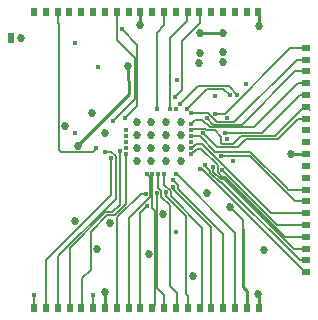
<source format=gbr>
%TF.GenerationSoftware,KiCad,Pcbnew,(5.99.0-9634-gb691c18bfc)*%
%TF.CreationDate,2021-03-08T14:44:59+01:00*%
%TF.ProjectId,nRF52840Breakout,6e524635-3238-4343-9042-7265616b6f75,rev?*%
%TF.SameCoordinates,Original*%
%TF.FileFunction,Copper,L4,Bot*%
%TF.FilePolarity,Positive*%
%FSLAX46Y46*%
G04 Gerber Fmt 4.6, Leading zero omitted, Abs format (unit mm)*
G04 Created by KiCad (PCBNEW (5.99.0-9634-gb691c18bfc)) date 2021-03-08 14:44:59*
%MOMM*%
%LPD*%
G01*
G04 APERTURE LIST*
%TA.AperFunction,ComponentPad*%
%ADD10R,0.600000X0.800000*%
%TD*%
%TA.AperFunction,ComponentPad*%
%ADD11R,0.800000X0.600000*%
%TD*%
%TA.AperFunction,ComponentPad*%
%ADD12R,0.500000X0.900000*%
%TD*%
%TA.AperFunction,ViaPad*%
%ADD13C,0.685800*%
%TD*%
%TA.AperFunction,ViaPad*%
%ADD14C,0.400000*%
%TD*%
%TA.AperFunction,Conductor*%
%ADD15C,0.254000*%
%TD*%
%TA.AperFunction,Conductor*%
%ADD16C,0.127000*%
%TD*%
%TA.AperFunction,Conductor*%
%ADD17C,0.152400*%
%TD*%
G04 APERTURE END LIST*
D10*
%TO.P,J2,1,Pin_1*%
%TO.N,Net-(J2-Pad1)*%
X24940000Y-16150000D03*
%TO.P,J2,2,Pin_2*%
%TO.N,Net-(J2-Pad2)*%
X25940000Y-16150000D03*
%TO.P,J2,3,Pin_3*%
%TO.N,Net-(J2-Pad3)*%
X26940000Y-16150000D03*
%TO.P,J2,4,Pin_4*%
%TO.N,Net-(J2-Pad4)*%
X27940000Y-16150000D03*
%TO.P,J2,5,Pin_5*%
%TO.N,Net-(J2-Pad5)*%
X28940000Y-16150000D03*
%TO.P,J2,6,Pin_6*%
%TO.N,Net-(J2-Pad6)*%
X29940000Y-16150000D03*
%TO.P,J2,7,Pin_7*%
%TO.N,Net-(J2-Pad7)*%
X30940000Y-16150000D03*
%TO.P,J2,8,Pin_8*%
%TO.N,Net-(J2-Pad8)*%
X31940000Y-16150000D03*
%TO.P,J2,9,Pin_9*%
%TO.N,Net-(J2-Pad9)*%
X32940000Y-16150000D03*
%TO.P,J2,10,Pin_10*%
%TO.N,GND*%
X33940000Y-16150000D03*
%TO.P,J2,11,Pin_11*%
%TO.N,Net-(J2-Pad11)*%
X34940000Y-16150000D03*
%TO.P,J2,12,Pin_12*%
%TO.N,Net-(J2-Pad12)*%
X35940000Y-16150000D03*
%TO.P,J2,13,Pin_13*%
%TO.N,Net-(J2-Pad13)*%
X36940000Y-16150000D03*
%TO.P,J2,14,Pin_14*%
%TO.N,Net-(J2-Pad14)*%
X37940000Y-16150000D03*
%TO.P,J2,15,Pin_15*%
%TO.N,Net-(J2-Pad15)*%
X38940000Y-16150000D03*
%TO.P,J2,16,Pin_16*%
%TO.N,Net-(J2-Pad16)*%
X39940000Y-16150000D03*
%TO.P,J2,17,Pin_17*%
%TO.N,SWDCLK*%
X40940000Y-16150000D03*
%TO.P,J2,18,Pin_18*%
%TO.N,SWDIO*%
X41940000Y-16150000D03*
%TO.P,J2,19,Pin_19*%
%TO.N,RST*%
X42940000Y-16150000D03*
%TO.P,J2,20,Pin_20*%
%TO.N,GND*%
X43940000Y-16150000D03*
%TD*%
D11*
%TO.P,J3,1,Pin_1*%
%TO.N,Net-(J3-Pad1)*%
X47940000Y-19160000D03*
%TO.P,J3,2,Pin_2*%
%TO.N,Net-(J3-Pad2)*%
X47940000Y-20160000D03*
%TO.P,J3,3,Pin_3*%
%TO.N,Net-(J3-Pad3)*%
X47940000Y-21160000D03*
%TO.P,J3,4,Pin_4*%
%TO.N,Net-(J3-Pad4)*%
X47940000Y-22160000D03*
%TO.P,J3,5,Pin_5*%
%TO.N,Net-(J3-Pad5)*%
X47940000Y-23160000D03*
%TO.P,J3,6,Pin_6*%
%TO.N,Net-(J3-Pad6)*%
X47940000Y-24160000D03*
%TO.P,J3,7,Pin_7*%
%TO.N,Net-(J3-Pad7)*%
X47940000Y-25160000D03*
%TO.P,J3,8,Pin_8*%
%TO.N,Net-(J3-Pad8)*%
X47940000Y-26160000D03*
%TO.P,J3,9,Pin_9*%
%TO.N,Net-(J3-Pad9)*%
X47940000Y-27160000D03*
%TO.P,J3,10,Pin_10*%
%TO.N,GND*%
X47940000Y-28160000D03*
%TO.P,J3,11,Pin_11*%
%TO.N,VDD*%
X47940000Y-29160000D03*
%TO.P,J3,12,Pin_12*%
%TO.N,VDDH*%
X47940000Y-30160000D03*
%TO.P,J3,13,Pin_13*%
%TO.N,Net-(J3-Pad13)*%
X47940000Y-31160000D03*
%TO.P,J3,14,Pin_14*%
%TO.N,Net-(J3-Pad14)*%
X47940000Y-32160000D03*
%TO.P,J3,15,Pin_15*%
%TO.N,Net-(J3-Pad15)*%
X47940000Y-33160000D03*
%TO.P,J3,16,Pin_16*%
%TO.N,Net-(J3-Pad16)*%
X47940000Y-34160000D03*
%TO.P,J3,17,Pin_17*%
%TO.N,Net-(J3-Pad17)*%
X47940000Y-35160000D03*
%TO.P,J3,18,Pin_18*%
%TO.N,Net-(J3-Pad18)*%
X47940000Y-36160000D03*
%TO.P,J3,19,Pin_19*%
%TO.N,USB_D+*%
X47940000Y-37160000D03*
%TO.P,J3,20,Pin_20*%
%TO.N,USB_D-*%
X47940000Y-38160000D03*
%TD*%
D12*
%TO.P,AE1,2*%
%TO.N,N/C*%
X22950000Y-18360000D03*
%TD*%
D10*
%TO.P,J1,1,Pin_1*%
%TO.N,GND*%
X24950000Y-41160000D03*
%TO.P,J1,2,Pin_2*%
%TO.N,Net-(J1-Pad2)*%
X25950000Y-41160000D03*
%TO.P,J1,3,Pin_3*%
%TO.N,Net-(J1-Pad3)*%
X26950000Y-41160000D03*
%TO.P,J1,4,Pin_4*%
%TO.N,Net-(J1-Pad4)*%
X27950000Y-41160000D03*
%TO.P,J1,5,Pin_5*%
%TO.N,Net-(J1-Pad5)*%
X28950000Y-41160000D03*
%TO.P,J1,6,Pin_6*%
%TO.N,GND*%
X29950000Y-41160000D03*
%TO.P,J1,7,Pin_7*%
%TO.N,VDD*%
X30950000Y-41160000D03*
%TO.P,J1,8,Pin_8*%
%TO.N,Net-(J1-Pad8)*%
X31950000Y-41160000D03*
%TO.P,J1,9,Pin_9*%
%TO.N,Net-(J1-Pad9)*%
X32950000Y-41160000D03*
%TO.P,J1,10,Pin_10*%
%TO.N,Net-(J1-Pad10)*%
X33950000Y-41160000D03*
%TO.P,J1,11,Pin_11*%
%TO.N,Net-(J1-Pad11)*%
X34950000Y-41160000D03*
%TO.P,J1,12,Pin_12*%
%TO.N,Net-(J1-Pad12)*%
X35950000Y-41160000D03*
%TO.P,J1,13,Pin_13*%
%TO.N,Net-(J1-Pad13)*%
X36950000Y-41160000D03*
%TO.P,J1,14,Pin_14*%
%TO.N,Net-(J1-Pad14)*%
X37950000Y-41160000D03*
%TO.P,J1,15,Pin_15*%
%TO.N,Net-(J1-Pad15)*%
X38950000Y-41160000D03*
%TO.P,J1,16,Pin_16*%
%TO.N,Net-(J1-Pad16)*%
X39950000Y-41160000D03*
%TO.P,J1,17,Pin_17*%
%TO.N,Net-(J1-Pad17)*%
X40950000Y-41160000D03*
%TO.P,J1,18,Pin_18*%
%TO.N,Net-(J1-Pad18)*%
X41950000Y-41160000D03*
%TO.P,J1,19,Pin_19*%
%TO.N,VBUS*%
X42950000Y-41160000D03*
%TO.P,J1,20,Pin_20*%
%TO.N,GND*%
X43950000Y-41160000D03*
%TD*%
D13*
%TO.N,GND*%
X37350000Y-26560000D03*
X30250000Y-36160000D03*
X34850000Y-28760000D03*
D14*
X37070000Y-21850000D03*
D13*
X36150000Y-27660000D03*
X33650000Y-25460000D03*
X35889831Y-33260000D03*
X43960000Y-17340000D03*
X34850000Y-27660000D03*
X36150000Y-28760000D03*
X46720000Y-28180000D03*
X34850000Y-25460000D03*
D14*
X29940000Y-40060000D03*
D13*
X33650000Y-28760000D03*
X23800000Y-18360000D03*
X31377500Y-33960000D03*
D14*
X24940000Y-40090000D03*
X41750000Y-28740000D03*
D13*
X44430000Y-36280000D03*
X39550000Y-31470000D03*
X33950000Y-17220000D03*
X34850000Y-26560000D03*
X27550000Y-25760000D03*
X36150000Y-26560000D03*
X37350000Y-28760000D03*
X30950000Y-26360000D03*
X33650000Y-27660000D03*
X38436400Y-38520000D03*
D14*
X30350000Y-20810000D03*
D13*
X33650000Y-26560000D03*
X36150000Y-25460000D03*
X37350000Y-25460000D03*
X34650000Y-36660000D03*
X37350000Y-27660000D03*
X43940000Y-40000000D03*
D14*
X41280000Y-25070000D03*
D13*
%TO.N,VDD*%
X38920000Y-20440000D03*
X30950000Y-39860000D03*
X40980000Y-19530000D03*
X40970000Y-20380000D03*
D14*
X40230000Y-23220000D03*
D13*
X40940000Y-17910000D03*
X28450000Y-33860000D03*
X29850000Y-24660000D03*
D14*
X41240000Y-26920000D03*
D13*
X38950000Y-17910000D03*
X38970000Y-19580000D03*
D14*
X36970000Y-34750000D03*
D13*
%TO.N,DEC4_6*%
X28640000Y-27490000D03*
X32860000Y-20710000D03*
D14*
%TO.N,Net-(J1-Pad3)*%
X30920000Y-27990000D03*
%TO.N,Net-(J1-Pad5)*%
X32720000Y-28120000D03*
%TO.N,USB_D-*%
X39031113Y-29436263D03*
%TO.N,USB_D+*%
X39410000Y-29110000D03*
%TO.N,RST*%
X38220000Y-27120009D03*
X42880000Y-22190000D03*
%TO.N,Net-(J1-Pad8)*%
X34377000Y-31510000D03*
%TO.N,Net-(J1-Pad9)*%
X34470000Y-29870000D03*
%TO.N,Net-(J1-Pad10)*%
X34528969Y-32535099D03*
%TO.N,Net-(J1-Pad11)*%
X34969550Y-29848743D03*
%TO.N,Net-(J1-Pad12)*%
X35333050Y-31470000D03*
%TO.N,Net-(J1-Pad13)*%
X35470000Y-29870000D03*
%TO.N,Net-(J1-Pad14)*%
X36130000Y-31380000D03*
%TO.N,Net-(J1-Pad15)*%
X35970003Y-29870000D03*
%TO.N,Net-(J1-Pad16)*%
X36743387Y-30946139D03*
%TO.N,Net-(J2-Pad4)*%
X32720000Y-26619991D03*
%TO.N,Net-(J2-Pad3)*%
X30160000Y-27630000D03*
%TO.N,Net-(J2-Pad2)*%
X32720000Y-27119994D03*
%TO.N,Net-(J2-Pad1)*%
X32720000Y-27619997D03*
%TO.N,Net-(J1-Pad2)*%
X31456935Y-28510980D03*
%TO.N,Net-(J1-Pad17)*%
X36720000Y-30370000D03*
%TO.N,Net-(J1-Pad18)*%
X36950000Y-29870000D03*
%TO.N,Net-(J1-Pad4)*%
X32220000Y-27870000D03*
%TO.N,Net-(J2-Pad5)*%
X28406411Y-18735000D03*
X28400000Y-26380000D03*
%TO.N,Net-(J2-Pad6)*%
X32720000Y-26119988D03*
%TO.N,Net-(J2-Pad7)*%
X32400000Y-17600000D03*
X32670000Y-25110000D03*
%TO.N,Net-(J2-Pad8)*%
X31620000Y-25370000D03*
%TO.N,Net-(J2-Pad12)*%
X35320000Y-24380000D03*
%TO.N,Net-(J2-Pad14)*%
X36470000Y-24370000D03*
%TO.N,Net-(J2-Pad15)*%
X36833500Y-23320000D03*
%TO.N,Net-(J2-Pad16)*%
X36970000Y-24370000D03*
%TO.N,Net-(J3-Pad1)*%
X40260000Y-24740000D03*
%TO.N,Net-(J3-Pad2)*%
X38238380Y-24694902D03*
D13*
%TO.N,VBUS*%
X41510000Y-32620000D03*
D14*
%TO.N,Net-(J3-Pad3)*%
X39580718Y-25112782D03*
%TO.N,Net-(J3-Pad4)*%
X38220000Y-25620000D03*
%TO.N,Net-(J3-Pad5)*%
X41110000Y-26360000D03*
%TO.N,Net-(J3-Pad6)*%
X38220000Y-26120003D03*
%TO.N,Net-(J3-Pad7)*%
X39250000Y-26380000D03*
%TO.N,Net-(J3-Pad8)*%
X37276459Y-23929106D03*
X42120000Y-23150000D03*
%TO.N,Net-(J3-Pad9)*%
X41520000Y-23190000D03*
X37850000Y-24380000D03*
%TO.N,Net-(J3-Pad13)*%
X38220000Y-26620006D03*
%TO.N,Net-(J3-Pad14)*%
X40780000Y-28313500D03*
%TO.N,Net-(J3-Pad15)*%
X38220000Y-27620012D03*
%TO.N,Net-(J3-Pad16)*%
X40867966Y-29512034D03*
%TO.N,Net-(J3-Pad17)*%
X38220000Y-28120015D03*
%TO.N,Net-(J3-Pad18)*%
X40090932Y-29249068D03*
%TD*%
D15*
%TO.N,GND*%
X43950000Y-40010000D02*
X43950000Y-41032980D01*
X43960000Y-17340000D02*
X43960000Y-16277020D01*
X43940000Y-40000000D02*
X43950000Y-40010000D01*
X43960000Y-16277020D02*
X43940000Y-16277020D01*
D16*
X29940000Y-41086480D02*
X29950000Y-41096480D01*
D15*
X33950000Y-17220000D02*
X33950000Y-16277020D01*
D16*
X29940000Y-40060000D02*
X29940000Y-41086480D01*
X24940000Y-41096480D02*
X24950000Y-41096480D01*
D15*
X46720000Y-28180000D02*
X47953284Y-28180000D01*
X33950000Y-16277020D02*
X33940000Y-16277020D01*
D16*
X24940000Y-40090000D02*
X24940000Y-41096480D01*
D15*
%TO.N,VDD*%
X38950000Y-17910000D02*
X40940000Y-17910000D01*
X30950000Y-39860000D02*
X30950000Y-41032980D01*
%TO.N,DEC4_6*%
X28640000Y-27360000D02*
X32959250Y-23040750D01*
X32959250Y-23040750D02*
X32959250Y-22394219D01*
X32959250Y-23040750D02*
X32860000Y-20710000D01*
X28640000Y-27490000D02*
X28640000Y-27360000D01*
D16*
%TO.N,Net-(J1-Pad3)*%
X31840000Y-31928946D02*
X26950000Y-36818946D01*
X26950000Y-36818946D02*
X26950000Y-41096480D01*
X31473952Y-27990000D02*
X31840000Y-28356048D01*
X30920000Y-27990000D02*
X31473952Y-27990000D01*
X31840000Y-28356048D02*
X31840000Y-31928946D01*
%TO.N,Net-(J1-Pad5)*%
X32720000Y-28120000D02*
X32720000Y-32410000D01*
X31120511Y-33340000D02*
X29743589Y-34716922D01*
X32720000Y-32410000D02*
X31790000Y-33340000D01*
X29000000Y-40550000D02*
X29000000Y-41096480D01*
X31790000Y-33340000D02*
X31120511Y-33340000D01*
X29743589Y-34716922D02*
X29743589Y-37936411D01*
X29000000Y-38680000D02*
X29000000Y-41096480D01*
X29743589Y-37936411D02*
X29000000Y-38680000D01*
D17*
%TO.N,USB_D-*%
X39122631Y-29436263D02*
X47846368Y-38160000D01*
X39031113Y-29436263D02*
X39122631Y-29436263D01*
X47846368Y-38160000D02*
X47940000Y-38160000D01*
%TO.N,USB_D+*%
X39410000Y-29110000D02*
X39410000Y-29148894D01*
X40656670Y-30546740D02*
X40807846Y-30546740D01*
X40807846Y-30546740D02*
X47421106Y-37160000D01*
X47421106Y-37160000D02*
X47940000Y-37160000D01*
X39851212Y-29741282D02*
X40656670Y-30546740D01*
X39410000Y-29148894D02*
X39851212Y-29590106D01*
X39851212Y-29590106D02*
X39851212Y-29741282D01*
D16*
%TO.N,Net-(J1-Pad8)*%
X34377000Y-31510000D02*
X33963333Y-31510000D01*
X33963333Y-31510000D02*
X31950000Y-33523333D01*
X31950000Y-33523333D02*
X31950000Y-41096480D01*
%TO.N,Net-(J1-Pad9)*%
X32950000Y-33600000D02*
X32950000Y-41096480D01*
X34740511Y-30140511D02*
X34740511Y-31809489D01*
X34740511Y-31809489D02*
X32950000Y-33600000D01*
X34470000Y-29870000D02*
X34740511Y-30140511D01*
%TO.N,Net-(J1-Pad10)*%
X33950000Y-33114068D02*
X33950000Y-41096480D01*
X34528969Y-32535099D02*
X33950000Y-33114068D01*
%TO.N,Net-(J1-Pad11)*%
X34969550Y-29848743D02*
X34969550Y-32283543D01*
X34892480Y-32737520D02*
X35156411Y-33001451D01*
X34969550Y-32283543D02*
X34892480Y-32360613D01*
X35156411Y-33001451D02*
X35156411Y-40953589D01*
X34892480Y-32360613D02*
X34892480Y-32737520D01*
%TO.N,Net-(J1-Pad12)*%
X35383431Y-31520381D02*
X35383431Y-39523431D01*
X35333050Y-31470000D02*
X35383431Y-31520381D01*
X35950000Y-40090000D02*
X35950000Y-41090445D01*
X35920000Y-40060000D02*
X35950000Y-40090000D01*
X35383431Y-39523431D02*
X35950000Y-40090000D01*
%TO.N,Net-(J1-Pad13)*%
X35470000Y-29870000D02*
X35470000Y-31068953D01*
X37030000Y-41080000D02*
X37013520Y-41096480D01*
X37030000Y-39940000D02*
X37030000Y-41080000D01*
X36410000Y-39320000D02*
X37030000Y-39940000D01*
X35470000Y-31068953D02*
X35696561Y-31295514D01*
X35696561Y-31295514D02*
X35696561Y-31753579D01*
X35696561Y-31753579D02*
X36410000Y-32467018D01*
X36410000Y-32467018D02*
X36410000Y-39320000D01*
%TO.N,Net-(J1-Pad14)*%
X37800000Y-33370000D02*
X37800000Y-39990000D01*
X37800000Y-39990000D02*
X37960000Y-40150000D01*
X36118548Y-31688548D02*
X36118548Y-31391452D01*
X36118548Y-31688548D02*
X37800000Y-33370000D01*
X37960000Y-40150000D02*
X37960000Y-41089803D01*
X36118548Y-31391452D02*
X36130000Y-31380000D01*
%TO.N,Net-(J1-Pad15)*%
X39191054Y-34440000D02*
X39191054Y-40918946D01*
X36533999Y-31246001D02*
X36540000Y-31720000D01*
X35970003Y-30120003D02*
X35980000Y-30130000D01*
X35970003Y-29870000D02*
X35970003Y-30120003D01*
X35980000Y-30760000D02*
X36533999Y-31246001D01*
X35980000Y-30130000D02*
X35980000Y-30760000D01*
X36540000Y-31720000D02*
X39191054Y-34440000D01*
X39191054Y-40918946D02*
X39013520Y-41096480D01*
%TO.N,Net-(J1-Pad16)*%
X39950000Y-34339290D02*
X39950000Y-41096480D01*
X36743387Y-31132677D02*
X39950000Y-34339290D01*
X36743387Y-30946139D02*
X36743387Y-31132677D01*
X39850710Y-34240000D02*
X39950000Y-34339290D01*
%TO.N,Net-(J2-Pad3)*%
X29903589Y-27996411D02*
X27206411Y-27996411D01*
X30160000Y-27630000D02*
X30160000Y-27740000D01*
X30160000Y-27740000D02*
X29903589Y-27996411D01*
X27043589Y-17166411D02*
X26940000Y-17062822D01*
X26940000Y-17062822D02*
X26940000Y-16213520D01*
X27043589Y-27833589D02*
X27043589Y-17166411D01*
X27206411Y-27996411D02*
X27043589Y-27833589D01*
%TO.N,Net-(J1-Pad2)*%
X31456935Y-28510980D02*
X31456935Y-31602554D01*
X31456935Y-31602554D02*
X25950000Y-37109489D01*
X25950000Y-37109489D02*
X25950000Y-41096480D01*
%TO.N,Net-(J1-Pad17)*%
X36720000Y-30370000D02*
X37106898Y-30756898D01*
X40950000Y-34963727D02*
X40950000Y-41096480D01*
X37106898Y-31120625D02*
X40950000Y-34963727D01*
X37106898Y-30756898D02*
X37106898Y-31120625D01*
%TO.N,Net-(J1-Pad18)*%
X41950000Y-34810000D02*
X41950000Y-41096480D01*
X36950000Y-29870000D02*
X37010000Y-29870000D01*
X37010000Y-29870000D02*
X41950000Y-34810000D01*
%TO.N,Net-(J1-Pad4)*%
X30990000Y-33100000D02*
X27950000Y-36140000D01*
X32220000Y-27870000D02*
X32220000Y-32460000D01*
X27950000Y-36140000D02*
X27950000Y-41096480D01*
X32220000Y-32460000D02*
X31580000Y-33100000D01*
X31580000Y-33100000D02*
X30990000Y-33100000D01*
%TO.N,Net-(J2-Pad7)*%
X32670000Y-25110000D02*
X33692680Y-24087320D01*
X33692680Y-24087320D02*
X33692680Y-18892680D01*
X33692680Y-18892680D02*
X32400000Y-17600000D01*
%TO.N,Net-(J2-Pad8)*%
X33465661Y-23524339D02*
X33465661Y-20055661D01*
X31620000Y-25370000D02*
X33465661Y-23524339D01*
X31930000Y-18520000D02*
X31930000Y-16213520D01*
X33465661Y-20055661D02*
X31930000Y-18520000D01*
X31930000Y-16213520D02*
X31940000Y-16213520D01*
%TO.N,Net-(J2-Pad12)*%
X35940000Y-17260000D02*
X35940000Y-16213520D01*
X35320000Y-24380000D02*
X35320000Y-17880000D01*
X35320000Y-17880000D02*
X35940000Y-17260000D01*
%TO.N,Net-(J2-Pad14)*%
X37930000Y-16213520D02*
X37940000Y-16213520D01*
X36470000Y-24370000D02*
X36470000Y-18310000D01*
X37930000Y-16850000D02*
X37930000Y-16213520D01*
X36470000Y-18310000D02*
X37930000Y-16850000D01*
%TO.N,Net-(J2-Pad15)*%
X37433511Y-18556489D02*
X38950000Y-17040000D01*
X38950000Y-16213520D02*
X38940000Y-16213520D01*
X38950000Y-17040000D02*
X38950000Y-16213520D01*
X37433511Y-22719989D02*
X37433511Y-18556489D01*
X36833500Y-23320000D02*
X37433511Y-22719989D01*
%TO.N,Net-(J3-Pad1)*%
X41067997Y-24740000D02*
X46647997Y-19160000D01*
X46647997Y-19160000D02*
X47940000Y-19160000D01*
X40260000Y-24740000D02*
X41067997Y-24740000D01*
%TO.N,Net-(J3-Pad2)*%
X38263478Y-24720000D02*
X39750000Y-24720000D01*
X41896489Y-25433511D02*
X47170000Y-20160000D01*
X38238380Y-24694902D02*
X38263478Y-24720000D01*
X39750000Y-24720000D02*
X39750000Y-24767997D01*
X47170000Y-20160000D02*
X47940000Y-20160000D01*
X39750000Y-24767997D02*
X40415514Y-25433511D01*
X40415514Y-25433511D02*
X41896489Y-25433511D01*
D15*
%TO.N,VBUS*%
X42990000Y-39770000D02*
X42990000Y-41032980D01*
X42640000Y-39420000D02*
X42990000Y-39770000D01*
X42640000Y-34520000D02*
X42640000Y-39420000D01*
D16*
X42640000Y-33750000D02*
X42640000Y-34520000D01*
X41510000Y-32620000D02*
X42640000Y-33750000D01*
D15*
X42990000Y-41032980D02*
X42950000Y-41032980D01*
D16*
%TO.N,Net-(J3-Pad3)*%
X39580718Y-25112782D02*
X40128466Y-25660530D01*
X42569470Y-25660530D02*
X47070000Y-21160000D01*
X40128466Y-25660530D02*
X42569470Y-25660530D01*
X47070000Y-21160000D02*
X47940000Y-21160000D01*
%TO.N,Net-(J3-Pad4)*%
X38220000Y-25620000D02*
X38590000Y-25250000D01*
X39837550Y-25887550D02*
X43562450Y-25887550D01*
X47290000Y-22160000D02*
X47940000Y-22160000D01*
X38590000Y-25250000D02*
X39200000Y-25250000D01*
X39200000Y-25250000D02*
X39837550Y-25887550D01*
X43562450Y-25887550D02*
X47290000Y-22160000D01*
%TO.N,Net-(J3-Pad5)*%
X47480000Y-23160000D02*
X47940000Y-23160000D01*
X44280000Y-26360000D02*
X47480000Y-23160000D01*
X41110000Y-26360000D02*
X44280000Y-26360000D01*
%TO.N,Net-(J3-Pad6)*%
X47770000Y-24160000D02*
X47940000Y-24160000D01*
X38220000Y-26120003D02*
X38323514Y-26016489D01*
X41786489Y-27283511D02*
X42440000Y-26630000D01*
X40810000Y-27240000D02*
X40853511Y-27283511D01*
X42440000Y-26630000D02*
X45300000Y-26630000D01*
X39528000Y-26120003D02*
X40250003Y-26120003D01*
X38323514Y-26016489D02*
X39424486Y-26016489D01*
X40250003Y-26120003D02*
X40810000Y-26680000D01*
X40853511Y-27283511D02*
X41786489Y-27283511D01*
X39424486Y-26016489D02*
X39528000Y-26120003D01*
X45300000Y-26630000D02*
X47770000Y-24160000D01*
X40810000Y-26680000D02*
X40810000Y-27240000D01*
X48294796Y-24440000D02*
X48294804Y-24460022D01*
%TO.N,Net-(J3-Pad7)*%
X39250000Y-26380000D02*
X40470000Y-27600000D01*
X42200000Y-27600000D02*
X42890000Y-26910000D01*
X40470000Y-27600000D02*
X42200000Y-27600000D01*
X47320000Y-25160000D02*
X47940000Y-25160000D01*
X42890000Y-26910000D02*
X45570000Y-26910000D01*
X45570000Y-26910000D02*
X47320000Y-25160000D01*
%TO.N,Net-(J3-Pad8)*%
X38780000Y-22390000D02*
X41450000Y-22390000D01*
X41450000Y-22390000D02*
X42120000Y-23150000D01*
X37276459Y-23929106D02*
X38780000Y-22390000D01*
%TO.N,Net-(J3-Pad9)*%
X37850000Y-24380000D02*
X39590000Y-22640000D01*
X40970000Y-22640000D02*
X41520000Y-23190000D01*
X40770000Y-22640000D02*
X40970000Y-22640000D01*
X39590000Y-22640000D02*
X40770000Y-22640000D01*
%TO.N,Net-(J3-Pad13)*%
X46430000Y-31160000D02*
X47940000Y-31160000D01*
X46410000Y-31140000D02*
X46430000Y-31160000D01*
X43220000Y-27950000D02*
X46410000Y-31140000D01*
X38220000Y-26620006D02*
X38960006Y-26620006D01*
X40290000Y-27950000D02*
X43220000Y-27950000D01*
X38960006Y-26620006D02*
X40290000Y-27950000D01*
%TO.N,Net-(J3-Pad14)*%
X47060000Y-32160000D02*
X47940000Y-32160000D01*
X43213500Y-28313500D02*
X47060000Y-32160000D01*
X40780000Y-28313500D02*
X43213500Y-28313500D01*
%TO.N,Net-(J3-Pad15)*%
X45030000Y-33160000D02*
X47940000Y-33160000D01*
X44820000Y-32950000D02*
X45030000Y-33160000D01*
X38650000Y-27320000D02*
X39190000Y-27320000D01*
X39190000Y-27320000D02*
X44820000Y-32950000D01*
X38220000Y-27620012D02*
X38349988Y-27620012D01*
X38349988Y-27620012D02*
X38650000Y-27320000D01*
%TO.N,Net-(J3-Pad16)*%
X44842966Y-33487034D02*
X45515932Y-34160000D01*
X40867966Y-29512034D02*
X44842966Y-33487034D01*
X45515932Y-34160000D02*
X47940000Y-34160000D01*
%TO.N,Net-(J3-Pad17)*%
X40480000Y-29120000D02*
X40480000Y-29710000D01*
X38220000Y-28120015D02*
X38220000Y-28110000D01*
X40850000Y-30080000D02*
X41110000Y-30080000D01*
X38346477Y-27983523D02*
X38466477Y-27983523D01*
X40480000Y-29710000D02*
X40850000Y-30080000D01*
X38220000Y-28110000D02*
X38346477Y-27983523D01*
X41110000Y-30080000D02*
X46190000Y-35160000D01*
X38700000Y-27750000D02*
X39110000Y-27750000D01*
X46190000Y-35160000D02*
X47940000Y-35160000D01*
X39110000Y-27750000D02*
X40480000Y-29120000D01*
X38466477Y-27983523D02*
X38700000Y-27750000D01*
%TO.N,Net-(J3-Pad18)*%
X40755966Y-30307020D02*
X41015966Y-30307020D01*
X46168946Y-35460000D02*
X46210000Y-35460000D01*
X40090932Y-29641986D02*
X40755966Y-30307020D01*
X46910000Y-36160000D02*
X47940000Y-36160000D01*
X46210000Y-35460000D02*
X46910000Y-36160000D01*
X40090932Y-29249068D02*
X40090932Y-29641986D01*
X41015966Y-30307020D02*
X46168946Y-35460000D01*
%TD*%
M02*

</source>
